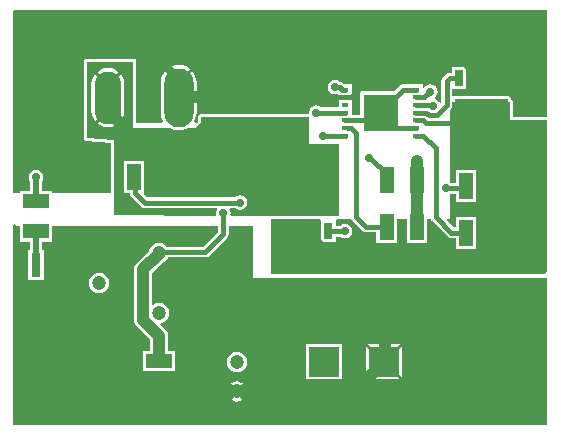
<source format=gtl>
G04*
G04 #@! TF.GenerationSoftware,Altium Limited,Altium Designer,20.0.2 (26)*
G04*
G04 Layer_Physical_Order=1*
G04 Layer_Color=255*
%FSLAX44Y44*%
%MOMM*%
G71*
G01*
G75*
%ADD15R,1.2000X2.2000*%
%ADD16R,2.7500X1.2000*%
%ADD17R,2.2000X1.2000*%
%ADD18R,0.8000X2.0000*%
%ADD19R,0.8000X1.2000*%
%ADD20R,3.0000X3.1000*%
%ADD21R,0.6000X0.3950*%
%ADD35R,0.7100X1.3720*%
%ADD36C,0.3950*%
%ADD37C,1.0000*%
%ADD38C,0.5000*%
%ADD39C,1.2000*%
%ADD40R,2.5000X2.5000*%
%ADD41O,2.5000X5.0000*%
%ADD42O,2.2500X4.5000*%
%ADD43C,0.7000*%
G36*
X452120Y350750D02*
Y260688D01*
X452000Y260590D01*
X422840D01*
Y273190D01*
X422643Y274181D01*
X422081Y275021D01*
X421430Y275457D01*
Y275510D01*
X421233Y276501D01*
X420671Y277341D01*
X419831Y277903D01*
X418840Y278100D01*
X373640D01*
X372904Y277953D01*
X372022Y278426D01*
X371633Y278752D01*
Y283970D01*
X383280D01*
Y302770D01*
X371100D01*
Y297973D01*
X369570D01*
X367808Y297623D01*
X366315Y296625D01*
X366315Y296625D01*
X363775Y294085D01*
X362777Y292592D01*
X362426Y290830D01*
X362427Y290830D01*
Y273229D01*
X361735Y272682D01*
X360288Y272958D01*
X359355Y274355D01*
X357357Y275690D01*
X356976Y275765D01*
X356708Y277113D01*
X357415Y277585D01*
X358750Y279583D01*
X359218Y281940D01*
X358750Y284297D01*
X357415Y286295D01*
X355417Y287630D01*
X353060Y288098D01*
X350703Y287630D01*
X348705Y286295D01*
X347960Y285179D01*
X346690Y285564D01*
Y288175D01*
X341595D01*
X341150Y288263D01*
X330150D01*
X328388Y287913D01*
X326895Y286915D01*
X326895Y286915D01*
X322180Y282200D01*
X293610D01*
Y262264D01*
X286690D01*
Y275175D01*
X275610D01*
Y268764D01*
X260522D01*
X258897Y269850D01*
X256540Y270318D01*
X254183Y269850D01*
X252185Y268515D01*
X250851Y266517D01*
X250382Y264160D01*
X250388Y264128D01*
X249329Y262940D01*
X158750D01*
X157759Y262743D01*
X156919Y262181D01*
X156357Y261341D01*
X156160Y260350D01*
Y256548D01*
X156147Y256538D01*
X155089Y255480D01*
X153757D01*
X152996Y256750D01*
X153972Y258577D01*
X154832Y261412D01*
X155123Y264360D01*
Y289360D01*
X154832Y292308D01*
X153972Y295143D01*
X152576Y297756D01*
X151506Y299060D01*
X140908Y288462D01*
X140010Y289360D01*
X139112Y288462D01*
X128514Y299060D01*
X127444Y297756D01*
X126048Y295143D01*
X125188Y292308D01*
X124897Y289360D01*
Y264360D01*
X125188Y261412D01*
X126048Y258577D01*
X127024Y256750D01*
X126263Y255480D01*
X104190D01*
Y290830D01*
Y307281D01*
X103993Y308272D01*
X103880Y308441D01*
Y309480D01*
X102881D01*
X102591Y309674D01*
X101600Y309871D01*
X62000D01*
X61009Y309674D01*
X60169Y309112D01*
X59607Y308272D01*
X59410Y307281D01*
Y243000D01*
X59486Y242620D01*
X59526Y242234D01*
X59584Y242128D01*
X59607Y242009D01*
X59823Y241686D01*
X60008Y241346D01*
X60102Y241269D01*
X60169Y241169D01*
X60491Y240953D01*
X60792Y240709D01*
X60908Y240675D01*
X61009Y240607D01*
X61389Y240532D01*
X61761Y240421D01*
X82500Y238499D01*
D01*
D01*
X82500Y197080D01*
D01*
Y196330D01*
X32590D01*
Y197080D01*
Y198070D01*
X24189D01*
Y206369D01*
X24739Y207193D01*
X25208Y209550D01*
X24739Y211907D01*
X23405Y213905D01*
X21407Y215240D01*
X19050Y215708D01*
X16693Y215240D01*
X14695Y213905D01*
X13361Y211907D01*
X12892Y209550D01*
X13361Y207193D01*
X13911Y206369D01*
Y198070D01*
X5510D01*
Y197080D01*
Y196330D01*
X0D01*
Y350000D01*
X720D01*
Y350750D01*
X452120Y350750D01*
D02*
G37*
G36*
X418840Y273190D02*
X420250D01*
Y258000D01*
X452000D01*
Y129730D01*
X449460Y127190D01*
X218320D01*
Y173940D01*
X259535D01*
X260610Y173470D01*
X260610Y172670D01*
Y154670D01*
X272790D01*
Y159227D01*
X276688D01*
X278313Y158140D01*
X280670Y157672D01*
X283027Y158140D01*
X285025Y159475D01*
X286360Y161473D01*
X286828Y163830D01*
X286360Y166187D01*
X285025Y168185D01*
X283027Y169520D01*
X280670Y169988D01*
X278313Y169520D01*
X276688Y168433D01*
X272790D01*
X272790Y173470D01*
X273865Y173940D01*
X275590D01*
X276581Y174137D01*
X276645Y174180D01*
X285846D01*
X286745Y172835D01*
X295195Y164385D01*
X295195Y164385D01*
X296688Y163387D01*
X298450Y163037D01*
X307390D01*
Y154100D01*
X324470D01*
Y174180D01*
X333390D01*
Y154100D01*
X350470D01*
Y174180D01*
X353627D01*
X353732Y173653D01*
X354730Y172160D01*
X367585Y159305D01*
X367585Y159305D01*
X369078Y158307D01*
X370840Y157956D01*
X370840Y157957D01*
X374700D01*
Y149020D01*
X391780D01*
Y176100D01*
X374700D01*
Y167163D01*
X372747D01*
X366904Y173007D01*
X367390Y174180D01*
X369450D01*
Y195041D01*
X369982Y195397D01*
X374700D01*
Y188390D01*
X391780D01*
Y215470D01*
X374700D01*
Y204604D01*
X369982D01*
X369450Y204959D01*
Y266605D01*
X370285Y267440D01*
X371283Y268933D01*
X371633Y270695D01*
X371633Y270695D01*
Y273190D01*
X373640D01*
Y275510D01*
X418840D01*
Y273190D01*
D02*
G37*
G36*
X101600Y290830D02*
Y251000D01*
X133281Y250903D01*
X134227Y250398D01*
X137062Y249538D01*
X140010Y249247D01*
X142958Y249538D01*
X145793Y250398D01*
X146662Y250862D01*
X158750Y250825D01*
Y260350D01*
X250190D01*
Y237490D01*
X275590D01*
Y176530D01*
X190500D01*
X184755Y176565D01*
X183714Y177841D01*
X183958Y179070D01*
X183489Y181427D01*
X182948Y182236D01*
X183547Y183357D01*
X187788D01*
X189413Y182271D01*
X191770Y181802D01*
X194127Y182271D01*
X196125Y183605D01*
X197460Y185603D01*
X197928Y187960D01*
X197460Y190317D01*
X196125Y192315D01*
X194127Y193650D01*
X191770Y194118D01*
X189413Y193650D01*
X187788Y192563D01*
X112947D01*
X110104Y195407D01*
X110540Y196460D01*
X110540D01*
Y223540D01*
X93460D01*
Y196460D01*
X97293D01*
X98397Y196000D01*
X98747Y194238D01*
X99745Y192745D01*
X107785Y184705D01*
X109278Y183707D01*
X111040Y183357D01*
X172053D01*
X172652Y182236D01*
X172111Y181427D01*
X171642Y179070D01*
X171872Y177912D01*
X170828Y176649D01*
X85090Y177165D01*
X85090Y240860D01*
X62000Y243000D01*
Y307281D01*
X101600D01*
Y290830D01*
D02*
G37*
G36*
X3000Y168000D02*
X5510D01*
Y154990D01*
X13911D01*
Y147750D01*
X12510D01*
Y122670D01*
X25590D01*
Y147750D01*
X24189D01*
Y154990D01*
X32590D01*
Y168000D01*
X173197D01*
Y163197D01*
X160753Y150753D01*
X129983D01*
X129341Y151591D01*
X127557Y152960D01*
X125479Y153820D01*
X123250Y154114D01*
X121021Y153820D01*
X118943Y152960D01*
X117159Y151591D01*
X115790Y149807D01*
X114930Y147729D01*
X114879Y147343D01*
X104332Y136796D01*
X103124Y135221D01*
X102364Y133387D01*
X102105Y131419D01*
Y88891D01*
X102364Y86923D01*
X103124Y85089D01*
X104332Y83514D01*
X115585Y72261D01*
Y62180D01*
X109650D01*
Y45100D01*
X136730D01*
Y62180D01*
X130795D01*
Y75412D01*
X130536Y77380D01*
X129776Y79214D01*
X128568Y80789D01*
X124460Y84897D01*
X124868Y86099D01*
X125479Y86180D01*
X127557Y87040D01*
X129341Y88409D01*
X130710Y90193D01*
X131570Y92271D01*
X131864Y94500D01*
X131570Y96729D01*
X130710Y98807D01*
X129341Y100591D01*
X127557Y101960D01*
X125479Y102820D01*
X123250Y103114D01*
X121021Y102820D01*
X118943Y101960D01*
X118454Y101584D01*
X117315Y102146D01*
Y128269D01*
X126754Y137708D01*
X127557Y138040D01*
X129341Y139409D01*
X130710Y141193D01*
X130856Y141547D01*
X162660D01*
X162660Y141546D01*
X164422Y141897D01*
X165915Y142895D01*
X181055Y158035D01*
X181055Y158035D01*
X182053Y159528D01*
X182403Y161290D01*
Y168000D01*
X203000D01*
Y125000D01*
X204000Y124000D01*
X452000D01*
Y0D01*
X0D01*
Y169341D01*
X1173Y169827D01*
X3000Y168000D01*
D02*
G37*
%LPC*%
G36*
X140010Y304473D02*
X137062Y304182D01*
X134227Y303322D01*
X131614Y301926D01*
X130310Y300856D01*
X140010Y291156D01*
X149710Y300856D01*
X148406Y301926D01*
X145793Y303322D01*
X142958Y304182D01*
X140010Y304473D01*
D02*
G37*
G36*
X272170Y291988D02*
X269813Y291520D01*
X267815Y290185D01*
X266480Y288187D01*
X266012Y285830D01*
X266480Y283473D01*
X267815Y281475D01*
X269813Y280140D01*
X272170Y279672D01*
X274362Y280108D01*
X274857Y279896D01*
X275610Y279337D01*
Y279145D01*
X277895D01*
X278340Y279056D01*
X278340Y279057D01*
X281150D01*
X281595Y279145D01*
X286690D01*
Y288175D01*
X281595D01*
X281150Y288263D01*
X280247D01*
X279425Y289085D01*
X277932Y290083D01*
X276170Y290434D01*
X276170Y290434D01*
X276152D01*
X274527Y291520D01*
X272170Y291988D01*
D02*
G37*
G36*
X80010Y302019D02*
X76410Y301545D01*
X73056Y300156D01*
X71375Y298866D01*
X80010Y290231D01*
X88645Y298866D01*
X86965Y300156D01*
X83610Y301545D01*
X80010Y302019D01*
D02*
G37*
G36*
X69254Y296745D02*
X67965Y295065D01*
X66575Y291710D01*
X66101Y288110D01*
Y265610D01*
X66575Y262010D01*
X67965Y258655D01*
X69254Y256975D01*
X78949Y266671D01*
X80010Y265610D01*
X81071Y266671D01*
X90766Y256975D01*
X92056Y258655D01*
X93445Y262010D01*
X93919Y265610D01*
Y288110D01*
X93445Y291710D01*
X92056Y295065D01*
X90766Y296745D01*
X81071Y287049D01*
X80010Y288110D01*
X78949Y287049D01*
X69254Y296745D01*
D02*
G37*
G36*
X80010Y263489D02*
X71375Y254854D01*
X73056Y253564D01*
X76410Y252175D01*
X80010Y251701D01*
X83610Y252175D01*
X86965Y253564D01*
X88645Y254854D01*
X80010Y263489D01*
D02*
G37*
G36*
X72750Y128614D02*
X70521Y128320D01*
X68443Y127460D01*
X66659Y126091D01*
X65290Y124307D01*
X64430Y122229D01*
X64136Y120000D01*
X64430Y117771D01*
X65290Y115693D01*
X66659Y113909D01*
X68443Y112540D01*
X70521Y111680D01*
X72750Y111386D01*
X74979Y111680D01*
X77057Y112540D01*
X78841Y113909D01*
X80210Y115693D01*
X81070Y117771D01*
X81364Y120000D01*
X81070Y122229D01*
X80210Y124307D01*
X78841Y126091D01*
X77057Y127460D01*
X74979Y128320D01*
X72750Y128614D01*
D02*
G37*
G36*
X326934Y68380D02*
X300446D01*
X313690Y55136D01*
X326934Y68380D01*
D02*
G37*
G36*
X189230Y61754D02*
X187001Y61460D01*
X184923Y60600D01*
X183139Y59231D01*
X181770Y57447D01*
X180910Y55369D01*
X180616Y53140D01*
X180910Y50911D01*
X181770Y48833D01*
X183139Y47049D01*
X184923Y45680D01*
X187001Y44820D01*
X189230Y44526D01*
X191459Y44820D01*
X193537Y45680D01*
X195321Y47049D01*
X196690Y48833D01*
X197550Y50911D01*
X197844Y53140D01*
X197550Y55369D01*
X196690Y57447D01*
X195321Y59231D01*
X193537Y60600D01*
X191459Y61460D01*
X189230Y61754D01*
D02*
G37*
G36*
X298650Y66584D02*
Y40096D01*
X311894Y53340D01*
X298650Y66584D01*
D02*
G37*
G36*
X328730Y66584D02*
X315486Y53340D01*
X328730Y40096D01*
Y66584D01*
D02*
G37*
G36*
X313690Y51544D02*
X300446Y38300D01*
X326934D01*
X313690Y51544D01*
D02*
G37*
G36*
X277930Y68380D02*
X247850D01*
Y38300D01*
X277930D01*
Y68380D01*
D02*
G37*
G36*
X189230Y36754D02*
X187001Y36460D01*
X184923Y35600D01*
X184155Y35011D01*
X189230Y29936D01*
X194305Y35011D01*
X193537Y35600D01*
X191459Y36460D01*
X189230Y36754D01*
D02*
G37*
G36*
X196101Y33215D02*
X191026Y28140D01*
X196101Y23066D01*
X196690Y23833D01*
X197550Y25911D01*
X197844Y28140D01*
X197550Y30369D01*
X196690Y32447D01*
X196101Y33215D01*
D02*
G37*
G36*
X182359D02*
X181770Y32447D01*
X180910Y30369D01*
X180616Y28140D01*
X180910Y25911D01*
X181770Y23833D01*
X182359Y23066D01*
X187434Y28140D01*
X182359Y33215D01*
D02*
G37*
G36*
X189230Y26344D02*
X184155Y21269D01*
X184923Y20680D01*
X187001Y19820D01*
X189230Y19526D01*
X191459Y19820D01*
X193537Y20680D01*
X194305Y21270D01*
X189230Y26344D01*
D02*
G37*
%LPD*%
D15*
X341930Y207010D02*
D03*
X315930D02*
D03*
X383240Y201930D02*
D03*
X409240D02*
D03*
X383240Y162560D02*
D03*
X409240D02*
D03*
X102000Y210000D02*
D03*
X76000D02*
D03*
X341930Y167640D02*
D03*
X315930D02*
D03*
D16*
X314960Y135730D02*
D03*
Y115730D02*
D03*
D17*
X190500Y251160D02*
D03*
Y277160D02*
D03*
X123190Y53640D02*
D03*
Y27640D02*
D03*
X228600Y251160D02*
D03*
Y277160D02*
D03*
X19050Y189530D02*
D03*
Y163530D02*
D03*
D18*
Y135210D02*
D03*
D19*
Y113710D02*
D03*
D20*
X311150Y264160D02*
D03*
D21*
X281150Y244660D02*
D03*
Y251160D02*
D03*
Y257660D02*
D03*
Y264160D02*
D03*
Y270660D02*
D03*
Y277160D02*
D03*
Y283660D02*
D03*
X341150Y244660D02*
D03*
Y251160D02*
D03*
Y257660D02*
D03*
Y264160D02*
D03*
Y270660D02*
D03*
Y277160D02*
D03*
Y283660D02*
D03*
D35*
X266700Y219470D02*
D03*
X254000D02*
D03*
X241300D02*
D03*
X228600D02*
D03*
Y164070D02*
D03*
X241300D02*
D03*
X254000D02*
D03*
X266700D02*
D03*
X377190Y237970D02*
D03*
X389890D02*
D03*
X402590D02*
D03*
X415290D02*
D03*
Y293370D02*
D03*
X402590D02*
D03*
X389890D02*
D03*
X377190D02*
D03*
D36*
X278340Y283660D02*
X281150D01*
X276170Y285830D02*
X278340Y283660D01*
X272170Y285830D02*
X276170D01*
X357985Y175415D02*
Y233835D01*
Y175415D02*
X370840Y162560D01*
X347160Y244660D02*
X357985Y233835D01*
X367030Y270695D02*
Y290830D01*
X358320Y261985D02*
X367030Y270695D01*
X351680Y261985D02*
X358320D01*
X348992Y255495D02*
X372868D01*
X377190Y251173D01*
X381310Y200000D02*
X383240Y201930D01*
X346827Y257660D02*
X348992Y255495D01*
X341150Y257660D02*
X346827D01*
X349505Y264160D02*
X351680Y261985D01*
X341150Y264160D02*
X349505D01*
X366000Y200000D02*
X381310D01*
X377190Y243000D02*
Y251173D01*
X314498Y268008D02*
X321695Y275205D01*
X330150Y283660D01*
X314748Y260562D02*
X321945Y253365D01*
X324150Y251160D01*
X307552Y260562D02*
X311150Y264160D01*
X286020Y251150D02*
X290000Y247170D01*
Y176090D02*
Y247170D01*
Y176090D02*
X298450Y167640D01*
X341150Y270660D02*
X354340D01*
X355000Y270000D01*
X101000Y210000D02*
X103000Y208000D01*
Y196000D02*
Y208000D01*
X111040Y187960D02*
X191770D01*
X103000Y196000D02*
X111040Y187960D01*
X123040Y146150D02*
X162660D01*
X311150Y264660D02*
X321695Y275205D01*
X311150Y264160D02*
X321945Y253365D01*
X304650Y257660D02*
X311150Y264160D01*
X281150Y257660D02*
X304650D01*
X341150Y244660D02*
X347160D01*
X324150Y251160D02*
X341150D01*
X256540Y264160D02*
X281150D01*
X177800Y161290D02*
Y179070D01*
X162660Y146150D02*
X177800Y161290D01*
X263190Y277160D02*
X281150D01*
X300990Y226060D02*
X301880D01*
X315930Y207010D02*
Y212010D01*
X301880Y226060D02*
X315930Y212010D01*
X262070Y244660D02*
X281150D01*
X283210Y251150D02*
X286020D01*
X266700Y164070D02*
X266940Y163830D01*
X280670D01*
X341150Y277160D02*
X347974D01*
X352754Y281940D01*
X353060D01*
X377190Y237970D02*
Y243000D01*
X369570Y293370D02*
X377190D01*
X367030Y290830D02*
X369570Y293370D01*
X370840Y162560D02*
X383240D01*
X298450Y167640D02*
X315930D01*
X330150Y283660D02*
X341150D01*
X311150Y264160D02*
Y264660D01*
X281150Y277160D02*
X286050D01*
X300990Y292100D01*
D37*
X241300Y162560D02*
X250190D01*
X300990Y292100D02*
X350262Y341372D01*
X388440Y303193D01*
X123040Y144749D02*
Y146150D01*
X123190Y53640D02*
Y75412D01*
X109710Y88891D02*
X123190Y75412D01*
X109710Y88891D02*
Y131419D01*
X123040Y144749D01*
X123115Y53715D02*
X123190Y53640D01*
X46020Y27640D02*
X123190D01*
X123690Y28140D01*
X256240Y277160D02*
X256240Y277160D01*
X228600Y277160D02*
X256240D01*
X314325Y115095D02*
X314960Y115730D01*
X314325Y53975D02*
Y115095D01*
X313690Y53340D02*
X314325Y53975D01*
X341630Y207310D02*
X341930Y207010D01*
X341630Y207310D02*
Y223520D01*
X341930Y167640D02*
Y207010D01*
X228600Y219470D02*
Y251160D01*
X254000Y219470D02*
X266700D01*
X241300D02*
X254000D01*
X228600D02*
X241300D01*
X230050Y162560D02*
X241300D01*
X228600Y164010D02*
X230050Y162560D01*
X228600Y164010D02*
Y164070D01*
X273967Y135730D02*
X322580D01*
X250190Y159507D02*
X273967Y135730D01*
X250190Y159507D02*
Y162560D01*
X322580Y135730D02*
X387410D01*
X409240Y157560D01*
X19050Y54610D02*
Y113710D01*
Y54610D02*
X46020Y27640D01*
X409240Y157560D02*
Y162560D01*
Y201930D01*
X415290Y237560D02*
Y237970D01*
X409240Y231510D02*
X415290Y237560D01*
X409240Y201930D02*
Y231510D01*
X402590Y237970D02*
X415290D01*
X389890D02*
X402590D01*
X377190D02*
X389890D01*
X402590Y293370D02*
X415290D01*
X389890D02*
X402590D01*
X388440Y294820D02*
X389890Y293370D01*
X388440Y294820D02*
Y303193D01*
X161525Y251160D02*
X190500D01*
X154685Y244320D02*
X161525Y251160D01*
X101300Y244320D02*
X154685D01*
X80010Y265610D02*
X101300Y244320D01*
X80010Y265610D02*
Y276860D01*
X123690Y28140D02*
X189230D01*
X288490D02*
X313690Y53340D01*
X189230Y28140D02*
X288490D01*
X190500Y251160D02*
X228600D01*
X190500Y277160D02*
X228600D01*
X140010Y276860D02*
X140160Y277010D01*
X190350D01*
X190500Y277160D01*
D38*
X19050Y191390D02*
X20910Y189530D01*
X54610Y224790D02*
Y309491D01*
X64770Y214630D02*
X75900D01*
X54610Y224790D02*
X64770Y214630D01*
X256240Y277160D02*
X263190D01*
X140010Y276860D02*
Y294330D01*
X54610Y309491D02*
X57539Y312420D01*
X121920D01*
X140010Y294330D01*
X19050Y135210D02*
Y163530D01*
Y191390D02*
Y209550D01*
D39*
X123250Y94500D02*
D03*
Y145500D02*
D03*
X72750Y120000D02*
D03*
X189230Y28140D02*
D03*
Y53140D02*
D03*
D40*
X313690Y53340D02*
D03*
X262890D02*
D03*
D41*
X140010Y276860D02*
D03*
D42*
X80010D02*
D03*
D43*
X311540Y253365D02*
D03*
X301135Y253175D02*
D03*
X310905Y264478D02*
D03*
X300500Y264287D02*
D03*
X321945Y253365D02*
D03*
X300500Y275400D02*
D03*
X321310Y275590D02*
D03*
X366000Y200000D02*
D03*
X272170Y285830D02*
D03*
X355000Y270000D02*
D03*
X378000Y243000D02*
D03*
X405000D02*
D03*
X396000D02*
D03*
X387000D02*
D03*
X378000Y252000D02*
D03*
X405000D02*
D03*
X396000D02*
D03*
X387000D02*
D03*
X378000Y261000D02*
D03*
X405000D02*
D03*
X396000D02*
D03*
X387000D02*
D03*
X414020Y243000D02*
D03*
Y270000D02*
D03*
X387000Y270000D02*
D03*
X396000D02*
D03*
X405000D02*
D03*
X378000D02*
D03*
X414020Y261000D02*
D03*
Y252000D02*
D03*
X310905Y275590D02*
D03*
X321310Y264478D02*
D03*
X256540Y264160D02*
D03*
X177800Y179070D02*
D03*
X191770Y187960D02*
D03*
X300990Y226060D02*
D03*
X262070Y244660D02*
D03*
X280670Y163830D02*
D03*
X353060Y281940D02*
D03*
X341630Y223520D02*
D03*
X19050Y209550D02*
D03*
M02*

</source>
